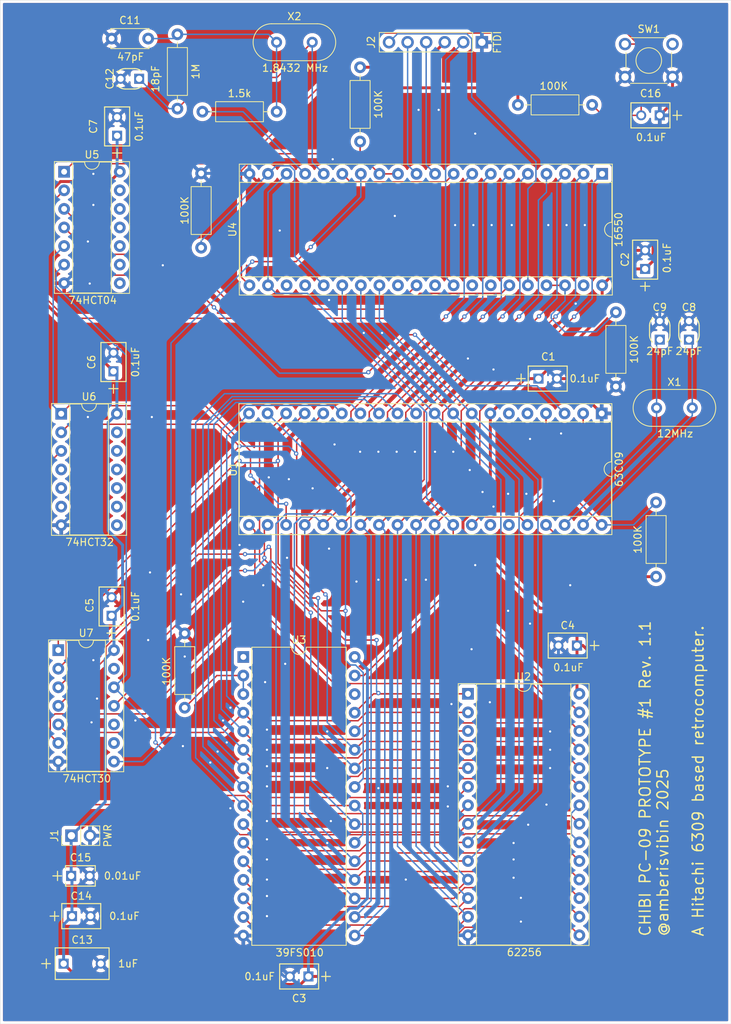
<source format=kicad_pcb>
(kicad_pcb
	(version 20241229)
	(generator "pcbnew")
	(generator_version "9.0")
	(general
		(thickness 1.6256)
		(legacy_teardrops no)
	)
	(paper "A4")
	(layers
		(0 "F.Cu" signal)
		(2 "B.Cu" signal)
		(5 "F.SilkS" user "F.Silkscreen")
		(7 "B.SilkS" user "B.Silkscreen")
		(1 "F.Mask" user)
		(3 "B.Mask" user)
		(17 "Dwgs.User" user "User.Drawings")
		(25 "Edge.Cuts" user)
		(27 "Margin" user)
		(31 "F.CrtYd" user "F.Courtyard")
		(29 "B.CrtYd" user "B.Courtyard")
		(35 "F.Fab" user)
		(33 "B.Fab" user)
	)
	(setup
		(stackup
			(layer "F.SilkS"
				(type "Top Silk Screen")
				(material "Liquid Photo")
			)
			(layer "F.Mask"
				(type "Top Solder Mask")
				(thickness 0.01524)
			)
			(layer "F.Cu"
				(type "copper")
				(thickness 0.03556)
			)
			(layer "dielectric 1"
				(type "core")
				(thickness 1.524)
				(material "FR4")
				(epsilon_r 4.5)
				(loss_tangent 0.02)
			)
			(layer "B.Cu"
				(type "copper")
				(thickness 0.03556)
			)
			(layer "B.Mask"
				(type "Bottom Solder Mask")
				(thickness 0.01524)
			)
			(layer "B.SilkS"
				(type "Bottom Silk Screen")
				(material "Liquid Photo")
			)
			(copper_finish "None")
			(dielectric_constraints no)
		)
		(pad_to_mask_clearance 0)
		(allow_soldermask_bridges_in_footprints no)
		(tenting front back)
		(pcbplotparams
			(layerselection 0x00000000_00000000_55555555_575555ff)
			(plot_on_all_layers_selection 0x00000000_00000000_00000000_00000000)
			(disableapertmacros no)
			(usegerberextensions no)
			(usegerberattributes yes)
			(usegerberadvancedattributes yes)
			(creategerberjobfile yes)
			(dashed_line_dash_ratio 12.000000)
			(dashed_line_gap_ratio 3.000000)
			(svgprecision 4)
			(plotframeref no)
			(mode 1)
			(useauxorigin no)
			(hpglpennumber 1)
			(hpglpenspeed 20)
			(hpglpendiameter 15.000000)
			(pdf_front_fp_property_popups yes)
			(pdf_back_fp_property_popups yes)
			(pdf_metadata yes)
			(pdf_single_document no)
			(dxfpolygonmode yes)
			(dxfimperialunits yes)
			(dxfusepcbnewfont yes)
			(psnegative no)
			(psa4output no)
			(plot_black_and_white yes)
			(sketchpadsonfab no)
			(plotpadnumbers no)
			(hidednponfab no)
			(sketchdnponfab yes)
			(crossoutdnponfab yes)
			(subtractmaskfromsilk no)
			(outputformat 1)
			(mirror no)
			(drillshape 0)
			(scaleselection 1)
			(outputdirectory "../output/v1.1/")
		)
	)
	(net 0 "")
	(net 1 "+5V")
	(net 2 "GND")
	(net 3 "Net-(U1-XTAL)")
	(net 4 "Net-(U1-EXTAL)")
	(net 5 "Net-(C11-Pad1)")
	(net 6 "unconnected-(U7-NC-Pad10)")
	(net 7 "/RX")
	(net 8 "/RTS")
	(net 9 "/TX")
	(net 10 "/CTS")
	(net 11 "/D7")
	(net 12 "unconnected-(U1-E-Pad34)")
	(net 13 "/A1")
	(net 14 "/D4")
	(net 15 "/D0")
	(net 16 "/D3")
	(net 17 "/A12")
	(net 18 "/A5")
	(net 19 "/A3")
	(net 20 "/A15")
	(net 21 "/A6")
	(net 22 "unconnected-(U1-BS-Pad5)")
	(net 23 "/D5")
	(net 24 "/D2")
	(net 25 "/A11")
	(net 26 "/A2")
	(net 27 "/R{slash}!W")
	(net 28 "/A7")
	(net 29 "unconnected-(U1-BA-Pad6)")
	(net 30 "/!RESET")
	(net 31 "/A10")
	(net 32 "/A14")
	(net 33 "/D1")
	(net 34 "/A0")
	(net 35 "/D6")
	(net 36 "/A9")
	(net 37 "/A4")
	(net 38 "/A13")
	(net 39 "unconnected-(U1-Q-Pad35)")
	(net 40 "Net-(U2-~{CS})")
	(net 41 "/!A15")
	(net 42 "unconnected-(U4-~{RXRDY}-Pad29)")
	(net 43 "Net-(U4-RCLK)")
	(net 44 "Net-(U4-XOUT)")
	(net 45 "unconnected-(U4-~{TXRDY}-Pad24)")
	(net 46 "Net-(U4-XIN)")
	(net 47 "Net-(U4-INTR)")
	(net 48 "unconnected-(U4-~{OUT1}-Pad34)")
	(net 49 "unconnected-(U4-DDIS-Pad23)")
	(net 50 "unconnected-(U4-~{OUT2}-Pad31)")
	(net 51 "unconnected-(U4-~{DTR}-Pad33)")
	(net 52 "Net-(U4-~{CS2})")
	(net 53 "Net-(U4-MR)")
	(net 54 "unconnected-(U4-~{RI}-Pad39)")
	(net 55 "unconnected-(U5-Pad11)")
	(net 56 "unconnected-(U5-Pad10)")
	(net 57 "unconnected-(U5-Pad13)")
	(net 58 "unconnected-(U5-Pad12)")
	(net 59 "unconnected-(U7-NC-Pad13)")
	(net 60 "unconnected-(U7-NC-Pad9)")
	(net 61 "unconnected-(U6-Pad13)")
	(net 62 "unconnected-(U6-Pad12)")
	(net 63 "unconnected-(U6-Pad11)")
	(net 64 "unconnected-(U6-Pad4)")
	(net 65 "unconnected-(U6-Pad9)")
	(net 66 "unconnected-(U6-Pad8)")
	(net 67 "unconnected-(U6-Pad10)")
	(net 68 "unconnected-(U6-Pad6)")
	(net 69 "unconnected-(U6-Pad5)")
	(net 70 "/A8")
	(net 71 "Net-(U4-~{DCD})")
	(net 72 "Net-(U4-CS0)")
	(net 73 "Net-(U1-MRDY)")
	(net 74 "Net-(U4-WR)")
	(net 75 "Net-(U3-A15)")
	(net 76 "unconnected-(U3-NC-Pad30)")
	(net 77 "unconnected-(U3-NC-Pad1)")
	(net 78 "Net-(U1-~{IRQ})")
	(footprint "Capacitor_THT:C_Disc_D5.0mm_W2.5mm_P5.00mm" (layer "F.Cu") (at 46.5 19.5 180))
	(footprint "Package_DIP:DIP-14_W7.62mm_Socket" (layer "F.Cu") (at 34.6 70.8))
	(footprint "Custom:CAP_C320C_MR_X7R_KEM" (layer "F.Cu") (at 36.0729 139.5))
	(footprint "Button_Switch_THT:SW_TH_Tactile_Omron_B3F-100x" (layer "F.Cu") (at 111.749998 20.249999))
	(footprint "Resistor_THT:R_Axial_DIN0207_L6.3mm_D2.5mm_P10.16mm_Horizontal" (layer "F.Cu") (at 50.5 29.08 90))
	(footprint "Crystal:Crystal_HC49-U_Vertical" (layer "F.Cu") (at 120.95 70 180))
	(footprint "Custom:CAP_C320C_MR_X7R_KEM" (layer "F.Cu") (at 41.75 65 90))
	(footprint "Resistor_THT:R_Axial_DIN0207_L6.3mm_D2.5mm_P10.16mm_Horizontal" (layer "F.Cu") (at 107.25 28.565 180))
	(footprint "Custom:CAP_C317_KEM" (layer "F.Cu") (at 120.5 59.4 90))
	(footprint "Crystal:Crystal_HC49-U_Vertical" (layer "F.Cu") (at 68.95 20 180))
	(footprint "Package_DIP:DIP-32_W15.24mm" (layer "F.Cu") (at 59.52 104.06))
	(footprint "Connector_PinHeader_2.54mm:PinHeader_1x06_P2.54mm_Vertical" (layer "F.Cu") (at 92.16 20 -90))
	(footprint "Package_DIP:DIP-28_W15.24mm_Socket" (layer "F.Cu") (at 90.26 109.1))
	(footprint "Custom:CAP_C320C_MR_X7R_KEM" (layer "F.Cu") (at 68.4271 147.75 180))
	(footprint "Package_DIP:DIP-14_W7.62mm_Socket" (layer "F.Cu") (at 35 37.71))
	(footprint "Custom:CAP_C315C_MR_X7R_KEM" (layer "F.Cu") (at 35.96 134))
	(footprint "Package_DIP:DIP-40_W15.24mm_Socket" (layer "F.Cu") (at 108.56 70.76 -90))
	(footprint "Resistor_THT:R_Axial_DIN0207_L6.3mm_D2.5mm_P10.16mm_Horizontal" (layer "F.Cu") (at 64.08 29.5 180))
	(footprint "Resistor_THT:R_Axial_DIN0207_L6.3mm_D2.5mm_P10.16mm_Horizontal" (layer "F.Cu") (at 110.5 67.08 90))
	(footprint "Custom:CAP_C320C_MR_X7R_KEM" (layer "F.Cu") (at 42.25 32.782 90))
	(footprint "Custom:CAP_C320C_MR_X7R_KEM" (layer "F.Cu") (at 114.5 51 90))
	(footprint "Resistor_THT:R_Axial_DIN0207_L6.3mm_D2.5mm_P10.16mm_Horizontal" (layer "F.Cu") (at 51.5 100.84 -90))
	(footprint "Resistor_THT:R_Axial_DIN0207_L6.3mm_D2.5mm_P10.16mm_Horizontal" (layer "F.Cu") (at 53.75 37.935 -90))
	(footprint "Custom:CAP_C317_KEM" (layer "F.Cu") (at 116.5 59.4 90))
	(footprint "Custom:CAP_C330C_MR_X7R_KEM" (layer "F.Cu") (at 34.9299 146))
	(footprint "Custom:CAP_C320C_MR_X7R_KEM" (layer "F.Cu") (at 41.5 98.4271 90))
	(footprint "Custom:CAP_C317_KEM" (layer "F.Cu") (at 44 25 180))
	(footprint "Connector_PinHeader_2.54mm:PinHeader_1x02_P2.54mm_Vertical" (layer "F.Cu") (at 36 128.5 90))
	(footprint "Package_DIP:DIP-14_W7.62mm_Socket" (layer "F.Cu") (at 34.2 103.125))
	(footprint "Custom:CAP_C320C_MR_X7R_KEM" (layer "F.Cu") (at 116.5 30 180))
	(footprint "Custom:CAP_C320C_MR_X7R_KEM"
		(layer "F.Cu")
		(uuid "debcd501-003a-46ff-baa6-b314c1a7ea43")
		(at 105.1771 102.5 180)
		(tags "C320C104J5R5TA7301 ")
		(property "Reference" "C4"
			(at 1.27 2.75 0)
			(unlocked yes)
			(layer "F.SilkS")
			(uuid "b3fdac6f-3aa7-4854-81e9-be978a1b233d")
			(effects
				(font
					(size 1 1)
					(thickness 0.15)
				)
			)
		)
		(property "Value" "0.1uF"
			(at 1.27 0 180)
			(unlocked yes)
			(layer "F.Fab")
			(uuid "73aa9ebd-014d-4153-9b65-2dd626bfd757")
			(effects
				(font
					(size 1 1)
					(thickness 0.15)
				)
			)
		)
		(property "Datasheet" "https://content.kemet.com/datasheets/KEM_C1050_GOLDMAX_X7R.pdf"
			(at 0 0 0)
			(layer "F.Fab")
			(hide yes)
			(uuid "c200ace6-9874-4f85-97c3-76eb28967054")
			(effects
				(font
					(size 1.27 1.27)
					(thickness 0.15)
				)
			)
		)
		(property "Description" "CAP CER 0.1UF 50V X7R RADIAL"
			(at 0 0 0)
			(layer "F.Fab")
			(hide yes)
			(uuid "c7b625cc-b35e-44cb-a136-47f3183dbb97")
			(effects
				(font
					(size 1.27 1.27)
					(thickness 0.15)
				)
			)
		)
		(property ki_fp_filters "C_*")
		(path "/2978e0d0-c091-45fd-bebc-311b8a05f0c2")
		(sheetname "/")
		(sheetfile "prototype-1.kicad_sch")
		(attr through_hole)
		(fp_line
			(start 3.937 1.7145)
			(end 3.937 -1.7145)
			(stroke
				(width 0.1524)
				(type solid)
			)
			(layer "F.SilkS")
			(uuid "bd44829e-1b07-4db8-934e-68e96df2e442")
		)
		(fp_line
			(start 3.937 -1.7145)
			(end -1.397 -1.7145)
			(stroke
				(width 0.1524)
				(type solid)
			)
			(layer "F.SilkS")
			(uuid "af858d64-f638-4272-8558-83603ab25515")
		)
		(fp_line
			(start -1.397 1.7145)
			(end 3.937 1.7145)
			(stroke
				(width 0.1524)
				(type solid)
			)
			(layer "F.SilkS")
			(uuid "9f07c7ae-9739-4bb6-9fd4-1c34b0e5b4b8")
		)
		(fp_line
			(start -1.397 -1.7145)
			(end -1.397 1.7145)
			(stroke
				(width 0.1524)
				(type solid)
			)
			(layer "F.SilkS")
			(uuid "9fef8bb7-b391-4e41-9128-1e732c4945cf")
		)
		(fp_line
			(start -2.365 -0.635)
			(end -2.365 0.635)
			(stroke
				(width 0.1524)
				(type solid)
			)
			(layer "F.SilkS")
			(uuid "d4aecbd4-5712-46bd-bad6-511dfca252ec")
		)
		(fp_line
			(start -3 0)
			(end -1.80874 0)
			(strok
... [871313 chars truncated]
</source>
